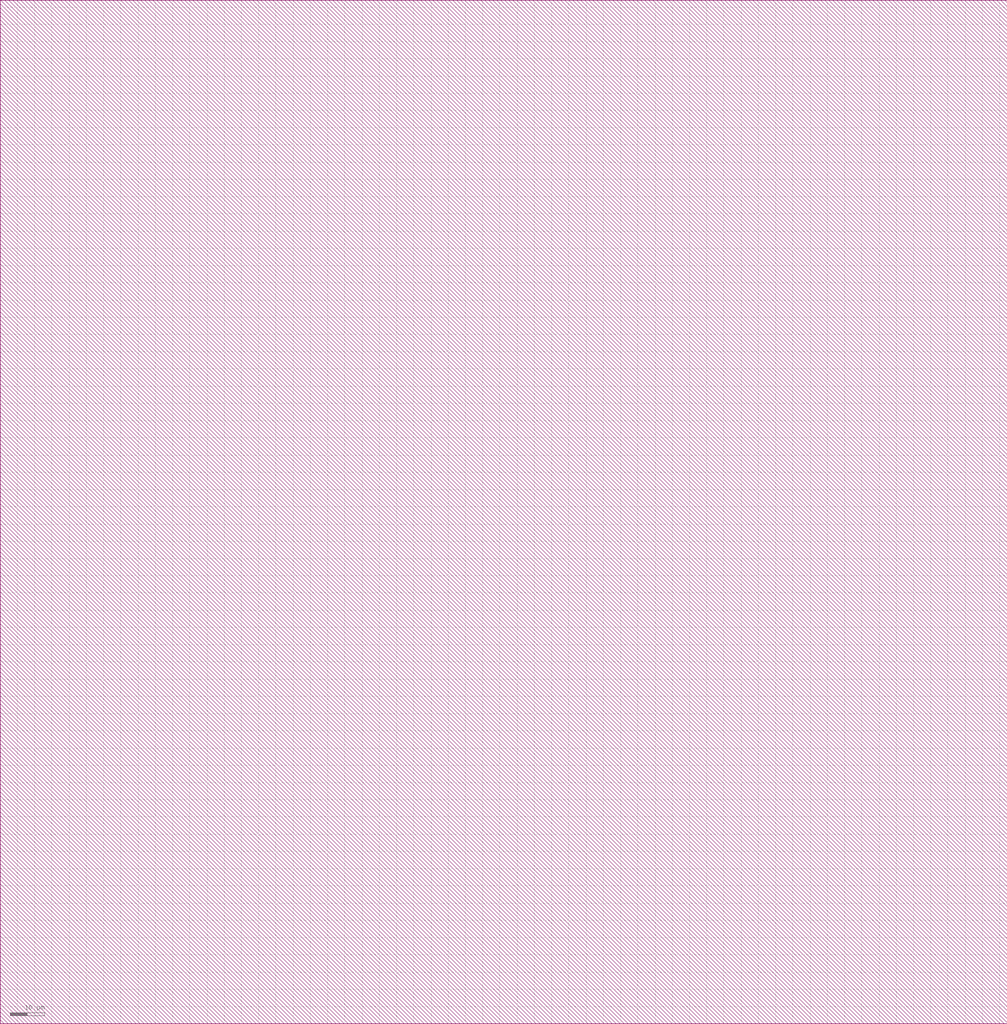
<source format=lef>
VERSION 5.6 ;

BUSBITCHARS "[]" ;

DIVIDERCHAR "/" ;

UNITS
    DATABASE MICRONS 1000 ;
END UNITS

MANUFACTURINGGRID 0.005000 ; 

CLEARANCEMEASURE EUCLIDEAN ; 

USEMINSPACING OBS ON ; 

SITE CoreSite
    CLASS CORE ;
    SIZE 0.600000 BY 0.300000 ;
END CoreSite

LAYER li1
   TYPE ROUTING ;
   DIRECTION VERTICAL ;
   MINWIDTH 0.300000 ;
   AREA 0.056250 ;
   WIDTH 0.300000 ;
   SPACINGTABLE
      PARALLELRUNLENGTH 0.0
      WIDTH 0.0 0.225000 ;
   PITCH 0.600000 0.600000 ;
END li1

LAYER mcon
    TYPE CUT ;
    SPACING 0.225000 ;
    WIDTH 0.300000 ;
    ENCLOSURE ABOVE 0.075000 0.075000 ;
    ENCLOSURE BELOW 0.000000 0.000000 ;
END mcon

LAYER met1
   TYPE ROUTING ;
   DIRECTION HORIZONTAL ;
   MINWIDTH 0.150000 ;
   AREA 0.084375 ;
   WIDTH 0.150000 ;
   SPACINGTABLE
      PARALLELRUNLENGTH 0.0
      WIDTH 0.0 0.150000 ;
   PITCH 0.300000 0.300000 ;
END met1

LAYER v1
    TYPE CUT ;
    SPACING 0.075000 ;
    WIDTH 0.300000 ;
    ENCLOSURE ABOVE 0.075000 0.075000 ;
    ENCLOSURE BELOW 0.075000 0.075000 ;
END v1

LAYER met2
   TYPE ROUTING ;
   DIRECTION VERTICAL ;
   MINWIDTH 0.150000 ;
   AREA 0.073125 ;
   WIDTH 0.150000 ;
   SPACINGTABLE
      PARALLELRUNLENGTH 0.0
      WIDTH 0.0 0.150000 ;
   PITCH 0.300000 0.300000 ;
END met2

LAYER v2
    TYPE CUT ;
    SPACING 0.150000 ;
    WIDTH 0.300000 ;
    ENCLOSURE ABOVE 0.075000 0.075000 ;
    ENCLOSURE BELOW 0.075000 0.000000 ;
END v2

LAYER met3
   TYPE ROUTING ;
   DIRECTION HORIZONTAL ;
   MINWIDTH 0.300000 ;
   AREA 0.241875 ;
   WIDTH 0.300000 ;
   SPACINGTABLE
      PARALLELRUNLENGTH 0.0
      WIDTH 0.0 0.300000 ;
   PITCH 0.600000 0.600000 ;
END met3

LAYER v3
    TYPE CUT ;
    SPACING 0.150000 ;
    WIDTH 0.450000 ;
    ENCLOSURE ABOVE 0.075000 0.075000 ;
    ENCLOSURE BELOW 0.075000 0.000000 ;
END v3

LAYER met4
   TYPE ROUTING ;
   DIRECTION VERTICAL ;
   MINWIDTH 0.300000 ;
   AREA 0.241875 ;
   WIDTH 0.300000 ;
   SPACINGTABLE
      PARALLELRUNLENGTH 0.0
      WIDTH 0.0 0.300000 ;
   PITCH 0.600000 0.600000 ;
END met4

LAYER v4
    TYPE CUT ;
    SPACING 0.450000 ;
    WIDTH 1.200000 ;
    ENCLOSURE ABOVE 0.150000 0.150000 ;
    ENCLOSURE BELOW 0.000000 0.000000 ;
END v4

LAYER met5
   TYPE ROUTING ;
   DIRECTION HORIZONTAL ;
   MINWIDTH 1.650000 ;
   AREA 4.005000 ;
   WIDTH 1.650000 ;
   SPACINGTABLE
      PARALLELRUNLENGTH 0.0
      WIDTH 0.0 1.650000 ;
   PITCH 3.300000 3.300000 ;
END met5

LAYER OVERLAP
   TYPE OVERLAP ;
END OVERLAP

VIA mcon_C DEFAULT
   LAYER li1 ;
     RECT -0.150000 -0.150000 0.150000 0.150000 ;
   LAYER mcon ;
     RECT -0.150000 -0.150000 0.150000 0.150000 ;
   LAYER met1 ;
     RECT -0.225000 -0.225000 0.225000 0.225000 ;
END mcon_C

VIA v1_C DEFAULT
   LAYER met1 ;
     RECT -0.225000 -0.225000 0.225000 0.225000 ;
   LAYER v1 ;
     RECT -0.150000 -0.150000 0.150000 0.150000 ;
   LAYER met2 ;
     RECT -0.225000 -0.225000 0.225000 0.225000 ;
END v1_C

VIA v2_C DEFAULT
   LAYER met2 ;
     RECT -0.150000 -0.225000 0.150000 0.225000 ;
   LAYER v2 ;
     RECT -0.150000 -0.150000 0.150000 0.150000 ;
   LAYER met3 ;
     RECT -0.225000 -0.225000 0.225000 0.225000 ;
END v2_C

VIA v2_Ch
   LAYER met2 ;
     RECT -0.225000 -0.150000 0.225000 0.150000 ;
   LAYER v2 ;
     RECT -0.150000 -0.150000 0.150000 0.150000 ;
   LAYER met3 ;
     RECT -0.225000 -0.225000 0.225000 0.225000 ;
END v2_Ch

VIA v2_Cv
   LAYER met2 ;
     RECT -0.150000 -0.225000 0.150000 0.225000 ;
   LAYER v2 ;
     RECT -0.150000 -0.150000 0.150000 0.150000 ;
   LAYER met3 ;
     RECT -0.225000 -0.225000 0.225000 0.225000 ;
END v2_Cv

VIA v3_C DEFAULT
   LAYER met3 ;
     RECT -0.300000 -0.225000 0.300000 0.225000 ;
   LAYER v3 ;
     RECT -0.225000 -0.225000 0.225000 0.225000 ;
   LAYER met4 ;
     RECT -0.300000 -0.300000 0.300000 0.300000 ;
END v3_C

VIA v3_Ch
   LAYER met3 ;
     RECT -0.300000 -0.225000 0.300000 0.225000 ;
   LAYER v3 ;
     RECT -0.225000 -0.225000 0.225000 0.225000 ;
   LAYER met4 ;
     RECT -0.300000 -0.300000 0.300000 0.300000 ;
END v3_Ch

VIA v3_Cv
   LAYER met3 ;
     RECT -0.300000 -0.225000 0.300000 0.225000 ;
   LAYER v3 ;
     RECT -0.225000 -0.225000 0.225000 0.225000 ;
   LAYER met4 ;
     RECT -0.300000 -0.300000 0.300000 0.300000 ;
END v3_Cv

VIA v4_C DEFAULT
   LAYER met4 ;
     RECT -0.600000 -0.600000 0.600000 0.600000 ;
   LAYER v4 ;
     RECT -0.600000 -0.600000 0.600000 0.600000 ;
   LAYER met5 ;
     RECT -0.750000 -0.750000 0.750000 0.750000 ;
END v4_C

MACRO _0_0std_0_0cells_0_0LATCHINV
    CLASS CORE ;
    FOREIGN _0_0std_0_0cells_0_0LATCHINV 0.000000 0.000000 ;
    ORIGIN 0.000000 0.000000 ;
    SIZE 6.000000 BY 5.400000 ;
    SYMMETRY X Y ;
    SITE CoreSite ;
    PIN CLK
        DIRECTION INPUT ;
        USE SIGNAL ;
        PORT
        LAYER li1 ;
        RECT 0.600000 5.025000 0.900000 5.100000 ;
        RECT 0.600000 4.950000 1.575000 5.025000 ;
        RECT 0.600000 4.800000 1.275000 4.950000 ;
        RECT 1.200000 4.725000 1.275000 4.800000 ;
        RECT 1.200000 4.650000 1.575000 4.725000 ;
        RECT 1.275000 4.725000 1.500000 4.950000 ;
        RECT 1.500000 4.725000 1.575000 4.950000 ;
        END
        ANTENNAGATEAREA 0.506250 ;
    END CLK
    PIN D
        DIRECTION INPUT ;
        USE SIGNAL ;
        PORT
        LAYER li1 ;
        RECT 0.900000 4.350000 1.275000 4.425000 ;
        RECT 0.900000 4.125000 0.975000 4.350000 ;
        RECT 0.975000 4.125000 1.200000 4.350000 ;
        RECT 1.200000 4.125000 2.025000 4.350000 ;
        RECT 1.800000 4.800000 2.100000 5.100000 ;
        RECT 1.800000 4.350000 2.025000 4.800000 ;
        END
        ANTENNAGATEAREA 0.337500 ;
    END D
    PIN q
        DIRECTION INPUT ;
        USE SIGNAL ;
        PORT
        LAYER li1 ;
        RECT 3.000000 4.725000 3.300000 5.100000 ;
        RECT 3.000000 4.650000 3.675000 4.725000 ;
        RECT 3.000000 4.350000 3.300000 4.650000 ;
        RECT 3.000000 4.275000 3.675000 4.350000 ;
        RECT 3.300000 4.350000 3.600000 4.650000 ;
        RECT 3.600000 4.350000 3.675000 4.650000 ;
        END
        ANTENNAGATEAREA 0.225000 ;
    END q
    PIN __q
        DIRECTION OUTPUT ;
        USE SIGNAL ;
        PORT
        LAYER li1 ;
        RECT 0.600000 0.300000 0.900000 0.525000 ;
        RECT 0.600000 0.150000 0.825000 0.300000 ;
        RECT 0.900000 0.300000 1.125000 0.525000 ;
        RECT 1.125000 0.300000 1.200000 0.525000 ;
        RECT 1.725000 1.500000 1.950000 1.575000 ;
        RECT 1.725000 1.275000 1.950000 1.500000 ;
        RECT 1.725000 1.200000 1.950000 1.275000 ;
        RECT 2.625000 2.775000 2.850000 2.850000 ;
        RECT 2.625000 2.550000 2.850000 2.775000 ;
        RECT 2.625000 2.475000 2.850000 2.550000 ;
        RECT 4.575000 1.575000 4.800000 1.650000 ;
        RECT 4.575000 1.350000 4.800000 1.575000 ;
        RECT 4.575000 1.275000 4.800000 1.350000 ;
        RECT 5.100000 2.700000 5.325000 2.775000 ;
        RECT 5.100000 2.475000 5.325000 2.700000 ;
        RECT 5.100000 2.400000 5.325000 2.475000 ;
        LAYER mcon ;
        RECT 0.900000 0.300000 1.125000 0.525000 ;
        RECT 1.725000 1.275000 1.950000 1.500000 ;
        RECT 2.625000 2.550000 2.850000 2.775000 ;
        RECT 4.575000 1.350000 4.800000 1.575000 ;
        RECT 5.100000 2.475000 5.325000 2.700000 ;
        LAYER met1 ;
        RECT 0.825000 0.525000 1.200000 0.600000 ;
        RECT 0.825000 0.300000 0.900000 0.525000 ;
        RECT 0.825000 0.225000 1.200000 0.300000 ;
        RECT 0.900000 0.300000 1.125000 0.525000 ;
        RECT 1.125000 0.300000 2.400000 0.525000 ;
        RECT 1.650000 1.500000 2.025000 1.575000 ;
        RECT 1.650000 1.275000 1.725000 1.500000 ;
        RECT 1.650000 1.200000 2.025000 1.275000 ;
        RECT 1.725000 1.275000 1.950000 1.500000 ;
        RECT 2.175000 2.775000 2.925000 2.850000 ;
        RECT 2.175000 2.550000 2.625000 2.775000 ;
        RECT 2.175000 2.475000 2.925000 2.550000 ;
        RECT 2.175000 1.500000 2.400000 2.475000 ;
        RECT 1.950000 1.275000 2.400000 1.500000 ;
        RECT 2.625000 2.550000 2.850000 2.775000 ;
        RECT 2.175000 0.825000 2.400000 1.275000 ;
        RECT 2.175000 0.600000 5.325000 0.825000 ;
        RECT 2.175000 0.525000 2.400000 0.600000 ;
        RECT 2.850000 2.550000 2.925000 2.775000 ;
        RECT 4.575000 0.825000 4.800000 1.275000 ;
        RECT 4.500000 1.575000 4.875000 1.650000 ;
        RECT 4.500000 1.350000 4.575000 1.575000 ;
        RECT 4.500000 1.275000 4.875000 1.350000 ;
        RECT 5.100000 0.825000 5.325000 2.400000 ;
        RECT 4.575000 1.350000 4.800000 1.575000 ;
        RECT 4.800000 1.350000 4.875000 1.575000 ;
        RECT 5.025000 2.700000 5.400000 2.775000 ;
        RECT 5.025000 2.475000 5.100000 2.700000 ;
        RECT 5.025000 2.400000 5.400000 2.475000 ;
        RECT 5.100000 2.475000 5.325000 2.700000 ;
        RECT 5.325000 2.475000 5.400000 2.700000 ;
        END
        ANTENNADIFFAREA 1.406250 ;
    END __q
    PIN Vdd
        DIRECTION INPUT ;
        USE POWER ;
        PORT
        LAYER li1 ;
        RECT 1.200000 2.850000 1.425000 2.925000 ;
        RECT 1.200000 2.625000 1.425000 2.850000 ;
        RECT 1.200000 2.550000 1.425000 2.625000 ;
        RECT 3.675000 2.850000 3.900000 2.925000 ;
        RECT 3.675000 2.625000 3.900000 2.850000 ;
        RECT 3.675000 2.550000 3.900000 2.625000 ;
        RECT 3.900000 5.025000 4.500000 5.100000 ;
        RECT 3.900000 4.800000 3.975000 5.025000 ;
        RECT 3.900000 4.725000 4.275000 4.800000 ;
        RECT 3.975000 4.800000 4.200000 5.025000 ;
        RECT 4.200000 4.800000 4.500000 5.025000 ;
        LAYER mcon ;
        RECT 1.200000 2.625000 1.425000 2.850000 ;
        RECT 3.675000 2.625000 3.900000 2.850000 ;
        RECT 3.975000 4.800000 4.200000 5.025000 ;
        LAYER met1 ;
        RECT 1.125000 2.850000 1.500000 2.925000 ;
        RECT 1.125000 2.625000 1.200000 2.850000 ;
        RECT 1.125000 2.550000 1.500000 2.625000 ;
        RECT 1.200000 4.425000 3.900000 4.650000 ;
        RECT 1.200000 2.925000 1.425000 4.425000 ;
        RECT 1.200000 2.625000 1.425000 2.850000 ;
        RECT 1.425000 2.625000 1.500000 2.850000 ;
        RECT 3.600000 2.850000 3.975000 2.925000 ;
        RECT 3.600000 2.625000 3.675000 2.850000 ;
        RECT 3.600000 2.550000 3.975000 2.625000 ;
        RECT 3.675000 5.025000 4.275000 5.100000 ;
        RECT 3.675000 4.800000 3.975000 5.025000 ;
        RECT 3.675000 4.725000 4.275000 4.800000 ;
        RECT 3.675000 4.650000 3.900000 4.725000 ;
        RECT 3.675000 2.925000 3.900000 4.425000 ;
        RECT 3.675000 2.625000 3.900000 2.850000 ;
        RECT 3.975000 4.800000 4.200000 5.025000 ;
        RECT 3.900000 2.625000 3.975000 2.850000 ;
        RECT 4.200000 4.800000 4.275000 5.025000 ;
        END
        ANTENNADIFFAREA 0.815625 ;
    END Vdd
    PIN GND
        DIRECTION INPUT ;
        USE GROUND ;
        PORT
        LAYER li1 ;
        RECT 0.150000 3.675000 5.700000 3.900000 ;
        RECT 0.150000 1.575000 0.375000 3.675000 ;
        RECT 0.150000 1.350000 0.675000 1.575000 ;
        RECT 0.675000 1.350000 0.900000 1.575000 ;
        RECT 0.900000 1.350000 0.975000 1.575000 ;
        RECT 3.150000 1.350000 3.375000 1.425000 ;
        RECT 3.150000 1.125000 3.375000 1.350000 ;
        RECT 3.150000 1.050000 3.375000 1.125000 ;
        RECT 5.400000 4.800000 5.700000 5.100000 ;
        RECT 5.475000 4.425000 5.700000 4.800000 ;
        RECT 5.475000 4.200000 5.700000 4.425000 ;
        RECT 5.475000 3.900000 5.700000 4.200000 ;
        LAYER mcon ;
        RECT 3.150000 1.125000 3.375000 1.350000 ;
        RECT 5.475000 4.200000 5.700000 4.425000 ;
        LAYER met1 ;
        RECT 3.075000 1.350000 3.450000 1.425000 ;
        RECT 3.075000 1.125000 3.150000 1.350000 ;
        RECT 3.075000 1.050000 4.275000 1.125000 ;
        RECT 3.150000 1.125000 3.375000 1.350000 ;
        RECT 3.375000 1.200000 3.450000 1.350000 ;
        RECT 3.375000 1.125000 4.275000 1.200000 ;
        RECT 4.125000 1.200000 4.275000 4.200000 ;
        RECT 4.125000 4.200000 5.475000 4.350000 ;
        RECT 5.475000 4.200000 5.700000 4.425000 ;
        RECT 5.700000 4.200000 5.775000 4.425000 ;
        RECT 5.400000 4.125000 5.775000 4.200000 ;
        RECT 5.400000 4.425000 5.775000 4.500000 ;
        RECT 5.400000 4.350000 5.475000 4.425000 ;
        END
        ANTENNADIFFAREA 0.562500 ;
    END GND
    OBS
        LAYER li1 ;
        RECT 0.600000 3.225000 0.675000 3.450000 ;
        RECT 0.675000 3.225000 0.900000 3.450000 ;
        RECT 0.900000 3.225000 4.575000 3.450000 ;
        RECT 4.575000 3.225000 4.800000 3.450000 ;
        RECT 4.800000 3.225000 4.875000 3.450000 ;
        RECT 1.650000 2.550000 1.725000 2.775000 ;
        RECT 1.725000 2.550000 1.950000 2.775000 ;
        RECT 1.950000 2.550000 2.400000 2.775000 ;
        RECT 2.175000 1.500000 2.400000 2.550000 ;
        RECT 2.175000 1.275000 2.625000 1.500000 ;
        RECT 2.175000 0.825000 2.400000 1.275000 ;
        RECT 2.175000 0.600000 4.800000 0.825000 ;
        RECT 2.625000 1.275000 2.850000 1.500000 ;
        RECT 4.800000 0.600000 5.025000 0.825000 ;
        RECT 2.850000 1.275000 2.925000 1.500000 ;
        RECT 5.025000 0.600000 5.100000 0.825000 ;
        RECT 3.675000 1.950000 5.325000 2.175000 ;
        RECT 3.675000 1.650000 3.900000 1.950000 ;
        RECT 3.675000 1.425000 3.900000 1.650000 ;
        RECT 3.675000 1.350000 3.900000 1.425000 ;
        RECT 4.725000 0.525000 5.100000 0.600000 ;
        RECT 4.725000 0.825000 5.100000 0.900000 ;
        RECT 5.100000 1.575000 5.325000 1.950000 ;
        RECT 5.100000 1.350000 5.325000 1.575000 ;
        RECT 5.100000 1.275000 5.325000 1.350000 ;
    END
END _0_0std_0_0cells_0_0LATCHINV

MACRO welltap_svt
    CLASS CORE WELLTAP ;
    FOREIGN welltap_svt 0.000000 0.000000 ;
    ORIGIN 0.000000 0.000000 ;
    SIZE 1.200000 BY 2.100000 ;
    SYMMETRY X Y ;
    SITE CoreSite ;
    PIN Vdd
        DIRECTION INPUT ;
        USE POWER ;
        PORT
        LAYER li1 ;
        RECT 0.600000 1.500000 0.900000 1.800000 ;
        END
    END Vdd
    PIN GND
        DIRECTION INPUT ;
        USE GROUND ;
        PORT
        LAYER li1 ;
        RECT 0.600000 0.300000 0.900000 0.600000 ;
        END
    END GND
END welltap_svt

MACRO circuitppnp
   CLASS CORE ;
   FOREIGN circuitppnp 0.000000 0.000000 ;
   ORIGIN 0.000000 0.000000 ; 
   SIZE 292.200000 BY 297.000000 ; 
   SYMMETRY X Y ;
   SITE CoreSite ;
END circuitppnp

MACRO circuitwell
   CLASS CORE ;
   FOREIGN circuitwell 0.000000 0.000000 ;
   ORIGIN 0.000000 0.000000 ; 
   SIZE 292.200000 BY 297.000000 ; 
   SYMMETRY X Y ;
   SITE CoreSite ;
END circuitwell


</source>
